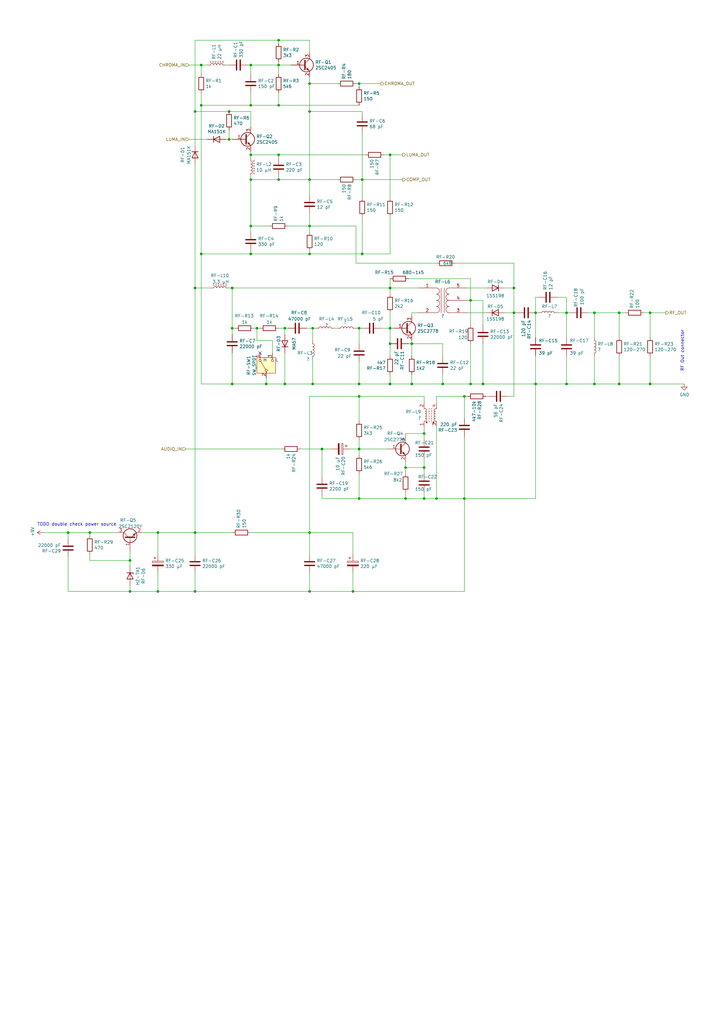
<source format=kicad_sch>
(kicad_sch (version 20231120) (generator "eeschema") (generator_version "8.0")
  (paper "A3" portrait)
  (title_block (title "C64 RF Modulator (schematic #251696)") (date "2019-08-11") (rev "0.2") (company "Commodore Business Machines, Inc.") (comment 1 "Based on C64/C64C Service Manual (1992-03) p. 31 [PN-314001-03]") (comment 4 "KiCad schematic capture by Cumbayah! <cumbayah@subetha.dk>"))
  (lib_symbols
    (symbol "C64B-rescue:CP-Device" (pin_numbers hide) (pin_names (offset 0.254))
      (property "Reference" "C" (at 0.635 2.54 0))
      (property "Value" "Device_CP" (at 0.635 -2.54 0))
      (symbol "CP-Device_0_1"
        (rectangle (start -2.286 0.508) (end 2.286 1.016))
        (polyline (pts (xy -1.778 2.286) (xy -0.762 2.286)))
        (polyline (pts (xy -1.27 2.794) (xy -1.27 1.778)))
        (rectangle (start 2.286 -0.508) (end -2.286 -1.016) (fill (type outline)))
      )
      (symbol "CP-Device_1_1"
        (pin passive line (at 0 3.81 270) (length 2.794) (name "~") (number "1"))
        (pin passive line (at 0 -3.81 90) (length 2.794) (name "~") (number "2"))
      )
    )
    (symbol "C64B-rescue:GND-power" (power) (pin_names (offset 0))
      (property "Value" "power_GND" (at 0 -3.81 0))
      (symbol "GND-power_0_1"
        (polyline (pts (xy 0 0) (xy 0 -1.27) (xy 1.27 -1.27) (xy 0 -2.54) (xy -1.27 -1.27) (xy 0 -1.27)))
      )
      (symbol "GND-power_1_1"
        (pin power_in line (at 0 0 270) (length 0) hide (name "GND") (number "1"))
      )
    )
    (symbol "C64B-rescue:L_Core_Ferrite-Device" (pin_numbers hide) (pin_names (offset 1.016) hide)
      (property "Reference" "L" (at -1.27 0 90))
      (property "Value" "Device_L_Core_Ferrite" (at 2.794 0 90))
      (symbol "L_Core_Ferrite-Device_0_1"
        (arc (start 0 -2.54) (mid 0.635 -1.905) (end 0 -1.27))
        (arc (start 0 -1.27) (mid 0.635 -0.635) (end 0 0))
        (polyline (pts (xy 1.016 -2.794) (xy 1.016 -2.286)))
        (polyline (pts (xy 1.016 -1.778) (xy 1.016 -1.27)))
        (polyline (pts (xy 1.016 -0.762) (xy 1.016 -0.254)))
        (polyline (pts (xy 1.016 0.254) (xy 1.016 0.762)))
        (polyline (pts (xy 1.016 1.27) (xy 1.016 1.778)))
        (polyline (pts (xy 1.016 2.286) (xy 1.016 2.794)))
        (polyline (pts (xy 1.524 -2.286) (xy 1.524 -2.794)))
        (polyline (pts (xy 1.524 -1.27) (xy 1.524 -1.778)))
        (polyline (pts (xy 1.524 -0.254) (xy 1.524 -0.762)))
        (polyline (pts (xy 1.524 0.762) (xy 1.524 0.254)))
        (polyline (pts (xy 1.524 1.778) (xy 1.524 1.27)))
        (polyline (pts (xy 1.524 2.794) (xy 1.524 2.286)))
        (arc (start 0 0) (mid 0.635 0.635) (end 0 1.27))
        (arc (start 0 1.27) (mid 0.635 1.905) (end 0 2.54))
      )
      (symbol "L_Core_Ferrite-Device_1_1"
        (pin passive line (at 0 3.81 270) (length 1.27) (name "1") (number "1"))
        (pin passive line (at 0 -3.81 90) (length 1.27) (name "2") (number "2"))
      )
    )
    (symbol "C64B-rescue:L_Core_Ferrite_Coupled-Device" (pin_names (offset 0.254) hide)
      (property "Reference" "L" (at 0 4.445 0))
      (property "Value" "Device_L_Core_Ferrite_Coupled" (at 0 -4.445 0))
      (symbol "L_Core_Ferrite_Coupled-Device_0_1"
        (circle (center -3.048 -1.27) (radius 0.254) (fill (type outline)))
        (circle (center -3.048 1.524) (radius 0.254) (fill (type outline)))
        (arc (start -2.54 2.032) (mid -2.032 1.524) (end -1.524 2.032))
        (arc (start -1.524 -2.032) (mid -2.032 -1.524) (end -2.54 -2.032))
        (arc (start -1.524 2.032) (mid -1.016 1.524) (end -0.508 2.032))
        (arc (start -0.508 -2.032) (mid -1.016 -1.524) (end -1.524 -2.032))
        (arc (start -0.508 2.032) (mid 0 1.524) (end 0.508 2.032))
        (polyline (pts (xy -2.794 -0.508) (xy -2.286 -0.508)))
        (polyline (pts (xy -2.794 0.508) (xy -2.286 0.508)))
        (polyline (pts (xy -2.54 -2.032) (xy -2.54 -2.54)))
        (polyline (pts (xy -2.54 2.032) (xy -2.54 2.54)))
        (polyline (pts (xy -1.778 -0.508) (xy -1.27 -0.508)))
        (polyline (pts (xy -1.778 0.508) (xy -1.27 0.508)))
        (polyline (pts (xy -0.762 -0.508) (xy -0.254 -0.508)))
        (polyline (pts (xy -0.762 0.508) (xy -0.254 0.508)))
        (polyline (pts (xy 0.254 -0.508) (xy 0.762 -0.508)))
        (polyline (pts (xy 0.254 0.508) (xy 0.762 0.508)))
        (polyline (pts (xy 1.27 -0.508) (xy 1.778 -0.508)))
        (polyline (pts (xy 1.27 0.508) (xy 1.778 0.508)))
        (polyline (pts (xy 2.286 -0.508) (xy 2.794 -0.508)))
        (polyline (pts (xy 2.286 0.508) (xy 2.794 0.508)))
        (polyline (pts (xy 2.54 -2.032) (xy 2.54 -2.54)))
        (polyline (pts (xy 2.54 2.54) (xy 2.54 2.032)))
        (arc (start 0.508 -2.032) (mid 0 -1.524) (end -0.508 -2.032))
        (arc (start 0.508 2.032) (mid 1.016 1.524) (end 1.524 2.032))
        (arc (start 1.524 -2.032) (mid 1.016 -1.524) (end 0.508 -2.032))
        (arc (start 1.524 2.032) (mid 2.032 1.524) (end 2.54 2.032))
        (arc (start 2.54 -2.032) (mid 2.032 -1.524) (end 1.524 -2.032))
      )
      (symbol "L_Core_Ferrite_Coupled-Device_1_1"
        (pin passive line (at -5.08 2.54 0) (length 2.54) (name "1") (number "1"))
        (pin passive line (at 5.08 2.54 180) (length 2.54) (name "2") (number "2"))
        (pin passive line (at -5.08 -2.54 0) (length 2.54) (name "3") (number "3"))
        (pin passive line (at 5.08 -2.54 180) (length 2.54) (name "4") (number "4"))
      )
    )
    (symbol "Device:C" (pin_numbers hide) (pin_names (offset 0.254))
      (property "Reference" "C" (at 0.635 2.54 0))
      (property "Value" "C" (at 0.635 -2.54 0))
      (symbol "C_0_1"
        (polyline (pts (xy -2.032 -0.762) (xy 2.032 -0.762)) (stroke (width 0.508)))
        (polyline (pts (xy -2.032 0.762) (xy 2.032 0.762)) (stroke (width 0.508)))
      )
      (symbol "C_1_1"
        (pin passive line (at 0 3.81 270) (length 2.794) (name "~") (number "1"))
        (pin passive line (at 0 -3.81 90) (length 2.794) (name "~") (number "2"))
      )
    )
    (symbol "Device:D" (pin_numbers hide) (pin_names (offset 1.016) hide)
      (property "Reference" "D" (at 0 2.54 0))
      (property "Value" "D" (at 0 -2.54 0))
      (symbol "D_0_1"
        (polyline (pts (xy -1.27 1.27) (xy -1.27 -1.27)) (stroke (width 0.254)))
        (polyline (pts (xy 1.27 0) (xy -1.27 0)))
        (polyline (pts (xy 1.27 1.27) (xy 1.27 -1.27) (xy -1.27 0) (xy 1.27 1.27)) (stroke (width 0.254)))
      )
      (symbol "D_1_1"
        (pin passive line (at -3.81 0 0) (length 2.54) (name "K") (number "1"))
        (pin passive line (at 3.81 0 180) (length 2.54) (name "A") (number "2"))
      )
    )
    (symbol "Device:D_Zener" (pin_numbers hide) (pin_names (offset 1.016) hide)
      (property "Reference" "D" (at 0 2.54 0))
      (property "Value" "D_Zener" (at 0 -2.54 0))
      (symbol "D_Zener_0_1"
        (polyline (pts (xy 1.27 0) (xy -1.27 0)))
        (polyline (pts (xy -1.27 -1.27) (xy -1.27 1.27) (xy -0.762 1.27)) (stroke (width 0.254)))
        (polyline (pts (xy 1.27 -1.27) (xy 1.27 1.27) (xy -1.27 0) (xy 1.27 -1.27)) (stroke (width 0.254)))
      )
      (symbol "D_Zener_1_1"
        (pin passive line (at -3.81 0 0) (length 2.54) (name "K") (number "1"))
        (pin passive line (at 3.81 0 180) (length 2.54) (name "A") (number "2"))
      )
    )
    (symbol "Device:L" (pin_numbers hide) (pin_names (offset 1.016) hide)
      (property "Reference" "L" (at -1.27 0 90))
      (property "Value" "L" (at 1.905 0 90))
      (symbol "L_0_1"
        (arc (start 0 -2.54) (mid 0.6323 -1.905) (end 0 -1.27))
        (arc (start 0 -1.27) (mid 0.6323 -0.635) (end 0 0))
        (arc (start 0 0) (mid 0.6323 0.635) (end 0 1.27))
        (arc (start 0 1.27) (mid 0.6323 1.905) (end 0 2.54))
      )
      (symbol "L_1_1"
        (pin passive line (at 0 3.81 270) (length 1.27) (name "1") (number "1"))
        (pin passive line (at 0 -3.81 90) (length 1.27) (name "2") (number "2"))
      )
    )
    (symbol "Device:Q_NPN_BEC" (pin_names (offset 0) hide)
      (property "Reference" "Q" (at 5.08 1.27 0))
      (property "Value" "Q_NPN_BEC" (at 5.08 -1.27 0))
      (symbol "Q_NPN_BEC_0_1"
        (polyline (pts (xy 0.635 0.635) (xy 2.54 2.54)))
        (polyline (pts (xy 0.635 -0.635) (xy 2.54 -2.54) (xy 2.54 -2.54)))
        (polyline (pts (xy 0.635 1.905) (xy 0.635 -1.905) (xy 0.635 -1.905)) (stroke (width 0.508)))
        (polyline (pts (xy 1.27 -1.778) (xy 1.778 -1.27) (xy 2.286 -2.286) (xy 1.27 -1.778) (xy 1.27 -1.778)) (fill (type outline)))
        (circle (center 1.27 0) (radius 2.8194) (stroke (width 0.254)))
      )
      (symbol "Q_NPN_BEC_1_1"
        (pin input line (at -5.08 0 0) (length 5.715) (name "B") (number "1"))
        (pin passive line (at 2.54 -5.08 90) (length 2.54) (name "E") (number "2"))
        (pin passive line (at 2.54 5.08 270) (length 2.54) (name "C") (number "3"))
      )
    )
    (symbol "Device:R" (pin_numbers hide) (pin_names (offset 0))
      (property "Reference" "R" (at 2.032 0 90))
      (property "Value" "R" (at 0 0 90))
      (symbol "R_0_1"
        (rectangle (start -1.016 -2.54) (end 1.016 2.54) (stroke (width 0.254)))
      )
      (symbol "R_1_1"
        (pin passive line (at 0 3.81 270) (length 1.27) (name "~") (number "1"))
        (pin passive line (at 0 -3.81 90) (length 1.27) (name "~") (number "2"))
      )
    )
    (symbol "Device:Transformer_1P_SS" (pin_names (offset 1.016) hide)
      (property "Reference" "T" (at 0 6.35 0))
      (property "Value" "Transformer_1P_SS" (at 0 -7.62 0))
      (symbol "Transformer_1P_SS_0_1"
        (arc (start -2.54 -5.0546) (mid -1.6599 -4.6901) (end -1.27 -3.81))
        (arc (start -2.54 -2.5146) (mid -1.6599 -2.1501) (end -1.27 -1.27))
        (arc (start -2.54 0.0254) (mid -1.6599 0.3899) (end -1.27 1.27))
        (arc (start -2.54 2.5654) (mid -1.6599 2.9299) (end -1.27 3.81))
        (arc (start -1.27 -3.81) (mid -1.642 -2.912) (end -2.54 -2.54))
        (arc (start -1.27 -1.27) (mid -1.642 -0.372) (end -2.54 0))
        (arc (start -1.27 1.27) (mid -1.642 2.168) (end -2.54 2.54))
        (arc (start -1.27 3.81) (mid -1.642 4.708) (end -2.54 5.08))
        (polyline (pts (xy -0.635 5.08) (xy -0.635 -5.08)))
        (polyline (pts (xy 0.635 -5.08) (xy 0.635 5.08)))
        (arc (start 1.2954 -1.27) (mid 1.6599 -2.1501) (end 2.54 -2.5146))
        (arc (start 1.2954 1.27) (mid 1.6599 0.3899) (end 2.54 0.0254))
        (arc (start 1.2954 3.81) (mid 1.6599 2.9299) (end 2.54 2.5654))
        (arc (start 1.3208 -3.81) (mid 1.6853 -4.6901) (end 2.5654 -5.0546))
        (arc (start 2.54 0) (mid 1.642 -0.372) (end 1.2954 -1.27))
        (arc (start 2.54 2.54) (mid 1.642 2.168) (end 1.2954 1.27))
        (arc (start 2.54 5.08) (mid 1.642 4.708) (end 1.2954 3.81))
        (arc (start 2.5654 -2.54) (mid 1.6674 -2.912) (end 1.3208 -3.81))
      )
      (symbol "Transformer_1P_SS_1_1"
        (pin passive line (at -10.16 5.08 0) (length 7.62) (name "AA") (number "1"))
        (pin passive line (at -10.16 -5.08 0) (length 7.62) (name "AB") (number "2"))
        (pin passive line (at 10.16 -5.08 180) (length 7.62) (name "SA") (number "3"))
        (pin passive line (at 10.16 0 180) (length 7.62) (name "SC") (number "4"))
        (pin passive line (at 10.16 5.08 180) (length 7.62) (name "SB") (number "5"))
      )
    )
    (symbol "Switch:SW_SPDT" (pin_names (offset 0) hide)
      (property "Reference" "SW" (at 0 5.08 0))
      (property "Value" "SW_SPDT" (at 0 -5.08 0))
      (symbol "SW_SPDT_0_1"
        (circle (center -2.032 0) (radius 0.4572))
        (polyline (pts (xy -1.651 0.254) (xy 1.651 2.286)))
        (circle (center 2.032 -2.54) (radius 0.4572))
        (circle (center 2.032 2.54) (radius 0.4572))
      )
      (symbol "SW_SPDT_1_1"
        (rectangle (start -3.175 3.81) (end 3.175 -3.81) (fill (type background)))
        (pin passive line (at 5.08 2.54 180) (length 2.54) (name "A") (number "1"))
        (pin passive line (at -5.08 0 0) (length 2.54) (name "B") (number "2"))
        (pin passive line (at 5.08 -2.54 180) (length 2.54) (name "C") (number "3"))
      )
    )
    (symbol "power_more:UNREG+9V" (power) (pin_names (offset 0))
      (property "Value" "UNREG+9V" (at 0 3.556 0))
      (symbol "UNREG+9V_0_1"
        (polyline (pts (xy -0.762 1.27) (xy 0 2.54)))
        (polyline (pts (xy 0 0) (xy 0 2.54)))
        (polyline (pts (xy 0 2.54) (xy 0.762 1.27)))
      )
      (symbol "UNREG+9V_1_1"
        (pin power_in line (at 0 0 90) (length 0) hide (name "+9V") (number "1"))
      )
    )
  )
  (junction (at 160.02 63.5))
  (junction (at 127 242.57))
  (junction (at 116.84 157.48))
  (junction (at 116.84 134.62))
  (junction (at 179.07 204.47))
  (junction (at 148.59 73.66))
  (junction (at 243.84 128.27))
  (junction (at 93.98 57.15))
  (junction (at 114.3 16.51))
  (junction (at 160.02 157.48))
  (junction (at 147.32 162.56))
  (junction (at 102.87 63.5))
  (junction (at 114.3 43.18))
  (junction (at 53.34 242.57))
  (junction (at 168.91 157.48))
  (junction (at 190.5 162.56))
  (junction (at 232.41 157.48))
  (junction (at 93.98 45.72))
  (junction (at 114.3 63.5))
  (junction (at 128.27 157.48))
  (junction (at 254 157.48))
  (junction (at 147.32 184.15))
  (junction (at 127 104.14))
  (junction (at 36.83 218.44))
  (junction (at 160.02 140.97))
  (junction (at 147.32 204.47))
  (junction (at 166.37 191.77))
  (junction (at 198.12 157.48))
  (junction (at 173.99 177.8))
  (junction (at 173.99 204.47))
  (junction (at 102.87 104.14))
  (junction (at 64.77 242.57))
  (junction (at 114.3 73.66))
  (junction (at 80.01 45.72))
  (junction (at 173.99 191.77))
  (junction (at 82.55 26.67))
  (junction (at 160.02 134.62))
  (junction (at 266.7 128.27))
  (junction (at 105.41 134.62))
  (junction (at 128.27 134.62))
  (junction (at 144.78 242.57))
  (junction (at 266.7 157.48))
  (junction (at 95.25 134.62))
  (junction (at 127 45.72))
  (junction (at 82.55 43.18))
  (junction (at 219.71 157.48))
  (junction (at 95.25 118.11))
  (junction (at 254 128.27))
  (junction (at 102.87 43.18))
  (junction (at 181.61 157.48))
  (junction (at 127 34.29))
  (junction (at 95.25 157.48))
  (junction (at 160.02 118.11))
  (junction (at 80.01 242.57))
  (junction (at 168.91 140.97))
  (junction (at 190.5 204.47))
  (junction (at 243.84 157.48))
  (junction (at 27.94 218.44))
  (junction (at 127 92.71))
  (junction (at 80.01 218.44))
  (junction (at 102.87 92.71))
  (junction (at 80.01 118.11))
  (junction (at 147.32 34.29))
  (junction (at 193.04 157.48))
  (junction (at 114.3 26.67))
  (junction (at 193.04 123.19))
  (junction (at 127 218.44))
  (junction (at 148.59 104.14))
  (junction (at 232.41 128.27))
  (junction (at 127 73.66))
  (junction (at 210.82 118.11))
  (junction (at 102.87 26.67))
  (junction (at 147.32 157.48))
  (junction (at 132.08 184.15))
  (junction (at 82.55 104.14))
  (junction (at 210.82 128.27))
  (junction (at 102.87 73.66))
  (junction (at 64.77 218.44))
  (junction (at 53.34 229.87))
  (junction (at 166.37 204.47))
  (junction (at 147.32 134.62))
  (junction (at 219.71 128.27))
  (junction (at 109.22 157.48))
  (no_connect (at 106.68 144.78))
  (wire (pts (xy 160.02 114.3) (xy 160.02 118.11)))
  (wire (pts (xy 148.59 45.72) (xy 148.59 46.99)))
  (wire (pts (xy 144.78 242.57) (xy 190.5 242.57)))
  (wire (pts (xy 266.7 146.05) (xy 266.7 157.48)))
  (wire (pts (xy 132.08 204.47) (xy 147.32 204.47)))
  (wire (pts (xy 132.08 195.58) (xy 132.08 184.15)))
  (wire (pts (xy 193.04 140.97) (xy 193.04 157.48)))
  (wire (pts (xy 127 242.57) (xy 144.78 242.57)))
  (wire (pts (xy 191.77 118.11) (xy 199.39 118.11)))
  (wire (pts (xy 102.87 43.18) (xy 114.3 43.18)))
  (wire (pts (xy 114.3 16.51) (xy 114.3 17.78)))
  (wire (pts (xy 85.09 26.67) (xy 82.55 26.67)))
  (wire (pts (xy 146.05 107.95) (xy 179.07 107.95)))
  (wire (pts (xy 48.26 218.44) (xy 36.83 218.44)))
  (wire (pts (xy 102.87 52.07) (xy 102.87 45.72)))
  (wire (pts (xy 102.87 73.66) (xy 102.87 72.39)))
  (wire (pts (xy 127 104.14) (xy 102.87 104.14)))
  (wire (pts (xy 166.37 204.47) (xy 173.99 204.47)))
  (wire (pts (xy 80.01 218.44) (xy 80.01 227.33)))
  (wire (pts (xy 219.71 121.92) (xy 219.71 128.27)))
  (wire (pts (xy 105.41 134.62) (xy 106.68 134.62)))
  (wire (pts (xy 127 227.33) (xy 127 218.44)))
  (wire (pts (xy 210.82 128.27) (xy 212.09 128.27)))
  (wire (pts (xy 85.09 57.15) (xy 77.47 57.15)))
  (wire (pts (xy 144.78 218.44) (xy 144.78 227.33)))
  (wire (pts (xy 95.25 137.16) (xy 95.25 134.62)))
  (wire (pts (xy 254 128.27) (xy 243.84 128.27)))
  (wire (pts (xy 148.59 73.66) (xy 148.59 81.28)))
  (wire (pts (xy 190.5 162.56) (xy 190.5 171.45)))
  (wire (pts (xy 64.77 234.95) (xy 64.77 242.57)))
  (wire (pts (xy 254 146.05) (xy 254 157.48)))
  (wire (pts (xy 160.02 118.11) (xy 171.45 118.11)))
  (wire (pts (xy 256.54 128.27) (xy 254 128.27)))
  (wire (pts (xy 173.99 191.77) (xy 173.99 187.96)))
  (wire (pts (xy 181.61 153.67) (xy 181.61 157.48)))
  (wire (pts (xy 27.94 242.57) (xy 27.94 228.6)))
  (wire (pts (xy 53.34 226.06) (xy 53.34 229.87)))
  (wire (pts (xy 127 31.75) (xy 127 34.29)))
  (wire (pts (xy 82.55 43.18) (xy 82.55 104.14)))
  (wire (pts (xy 82.55 157.48) (xy 95.25 157.48)))
  (wire (pts (xy 102.87 63.5) (xy 114.3 63.5)))
  (wire (pts (xy 36.83 229.87) (xy 53.34 229.87)))
  (wire (pts (xy 173.99 204.47) (xy 173.99 201.93)))
  (wire (pts (xy 190.5 162.56) (xy 179.07 162.56)))
  (wire (pts (xy 186.69 107.95) (xy 210.82 107.95)))
  (wire (pts (xy 127 234.95) (xy 127 242.57)))
  (wire (pts (xy 232.41 138.43) (xy 232.41 128.27)))
  (wire (pts (xy 92.71 26.67) (xy 93.98 26.67)))
  (wire (pts (xy 102.87 218.44) (xy 127 218.44)))
  (wire (pts (xy 166.37 204.47) (xy 147.32 204.47)))
  (wire (pts (xy 95.25 118.11) (xy 95.25 134.62)))
  (wire (pts (xy 147.32 194.31) (xy 147.32 204.47)))
  (wire (pts (xy 82.55 43.18) (xy 102.87 43.18)))
  (wire (pts (xy 109.22 157.48) (xy 116.84 157.48)))
  (wire (pts (xy 173.99 194.31) (xy 173.99 191.77)))
  (wire (pts (xy 64.77 242.57) (xy 53.34 242.57)))
  (wire (pts (xy 167.64 114.3) (xy 193.04 114.3)))
  (wire (pts (xy 64.77 242.57) (xy 80.01 242.57)))
  (wire (pts (xy 168.91 128.27) (xy 171.45 128.27)))
  (wire (pts (xy 243.84 138.43) (xy 243.84 128.27)))
  (wire (pts (xy 53.34 240.03) (xy 53.34 242.57)))
  (wire (pts (xy 168.91 140.97) (xy 181.61 140.97)))
  (wire (pts (xy 198.12 157.48) (xy 193.04 157.48)))
  (wire (pts (xy 114.3 16.51) (xy 80.01 16.51)))
  (wire (pts (xy 114.3 43.18) (xy 147.32 43.18)))
  (wire (pts (xy 27.94 220.98) (xy 27.94 218.44)))
  (wire (pts (xy 114.3 72.39) (xy 114.3 73.66)))
  (wire (pts (xy 114.3 63.5) (xy 114.3 64.77)))
  (wire (pts (xy 128.27 134.62) (xy 125.73 134.62)))
  (wire (pts (xy 82.55 26.67) (xy 77.47 26.67)))
  (wire (pts (xy 148.59 104.14) (xy 127 104.14)))
  (wire (pts (xy 116.84 134.62) (xy 118.11 134.62)))
  (wire (pts (xy 232.41 128.27) (xy 233.68 128.27)))
  (wire (pts (xy 200.66 162.56) (xy 199.39 162.56)))
  (wire (pts (xy 173.99 204.47) (xy 179.07 204.47)))
  (wire (pts (xy 36.83 218.44) (xy 27.94 218.44)))
  (wire (pts (xy 160.02 120.65) (xy 160.02 118.11)))
  (wire (pts (xy 168.91 140.97) (xy 168.91 139.7)))
  (wire (pts (xy 102.87 73.66) (xy 102.87 92.71)))
  (wire (pts (xy 179.07 175.26) (xy 179.07 204.47)))
  (wire (pts (xy 147.32 134.62) (xy 147.32 140.97)))
  (wire (pts (xy 243.84 157.48) (xy 254 157.48)))
  (wire (pts (xy 105.41 134.62) (xy 105.41 139.7)))
  (wire (pts (xy 102.87 102.87) (xy 102.87 104.14)))
  (wire (pts (xy 146.05 73.66) (xy 148.59 73.66)))
  (wire (pts (xy 181.61 157.48) (xy 193.04 157.48)))
  (wire (pts (xy 127 73.66) (xy 114.3 73.66)))
  (wire (pts (xy 144.78 234.95) (xy 144.78 242.57)))
  (wire (pts (xy 132.08 184.15) (xy 123.19 184.15)))
  (wire (pts (xy 254 157.48) (xy 266.7 157.48)))
  (wire (pts (xy 116.84 157.48) (xy 128.27 157.48)))
  (wire (pts (xy 147.32 172.72) (xy 147.32 162.56)))
  (wire (pts (xy 190.5 179.07) (xy 190.5 204.47)))
  (wire (pts (xy 82.55 104.14) (xy 82.55 157.48)))
  (wire (pts (xy 93.98 45.72) (xy 80.01 45.72)))
  (wire (pts (xy 266.7 128.27) (xy 273.05 128.27)))
  (wire (pts (xy 228.6 128.27) (xy 232.41 128.27)))
  (wire (pts (xy 161.29 134.62) (xy 160.02 134.62)))
  (wire (pts (xy 179.07 165.1) (xy 179.07 162.56)))
  (wire (pts (xy 127 162.56) (xy 127 218.44)))
  (wire (pts (xy 179.07 204.47) (xy 190.5 204.47)))
  (wire (pts (xy 147.32 180.34) (xy 147.32 184.15)))
  (wire (pts (xy 102.87 43.18) (xy 102.87 38.1)))
  (wire (pts (xy 147.32 184.15) (xy 147.32 186.69)))
  (wire (pts (xy 198.12 140.97) (xy 198.12 157.48)))
  (wire (pts (xy 127 34.29) (xy 127 45.72)))
  (wire (pts (xy 199.39 128.27) (xy 191.77 128.27)))
  (wire (pts (xy 127 242.57) (xy 80.01 242.57)))
  (wire (pts (xy 147.32 34.29) (xy 156.21 34.29)))
  (wire (pts (xy 127 92.71) (xy 118.11 92.71)))
  (wire (pts (xy 158.75 184.15) (xy 147.32 184.15)))
  (wire (pts (xy 127 45.72) (xy 148.59 45.72)))
  (wire (pts (xy 128.27 147.32) (xy 128.27 157.48)))
  (wire (pts (xy 135.89 184.15) (xy 132.08 184.15)))
  (wire (pts (xy 266.7 128.27) (xy 266.7 138.43)))
  (wire (pts (xy 168.91 146.05) (xy 168.91 140.97)))
  (wire (pts (xy 168.91 157.48) (xy 181.61 157.48)))
  (wire (pts (xy 210.82 128.27) (xy 210.82 162.56)))
  (wire (pts (xy 95.25 144.78) (xy 95.25 157.48)))
  (wire (pts (xy 116.84 144.78) (xy 116.84 157.48)))
  (wire (pts (xy 148.59 134.62) (xy 147.32 134.62)))
  (wire (pts (xy 114.3 63.5) (xy 149.86 63.5)))
  (wire (pts (xy 102.87 26.67) (xy 101.6 26.67)))
  (wire (pts (xy 193.04 123.19) (xy 193.04 133.35)))
  (wire (pts (xy 193.04 114.3) (xy 193.04 123.19)))
  (wire (pts (xy 157.48 63.5) (xy 160.02 63.5)))
  (wire (pts (xy 210.82 118.11) (xy 210.82 107.95)))
  (wire (pts (xy 193.04 123.19) (xy 198.12 123.19)))
  (wire (pts (xy 36.83 227.33) (xy 36.83 229.87)))
  (wire (pts (xy 232.41 146.05) (xy 232.41 157.48)))
  (wire (pts (xy 76.2 184.15) (xy 115.57 184.15)))
  (wire (pts (xy 36.83 219.71) (xy 36.83 218.44)))
  (wire (pts (xy 127 16.51) (xy 114.3 16.51)))
  (wire (pts (xy 167.64 140.97) (xy 168.91 140.97)))
  (wire (pts (xy 102.87 95.25) (xy 102.87 92.71)))
  (wire (pts (xy 210.82 128.27) (xy 210.82 118.11)))
  (wire (pts (xy 95.25 118.11) (xy 160.02 118.11)))
  (wire (pts (xy 243.84 128.27) (xy 241.3 128.27)))
  (wire (pts (xy 191.77 123.19) (xy 193.04 123.19)))
  (wire (pts (xy 127 102.87) (xy 127 104.14)))
  (wire (pts (xy 82.55 38.1) (xy 82.55 43.18)))
  (wire (pts (xy 127 45.72) (xy 127 73.66)))
  (wire (pts (xy 168.91 129.54) (xy 168.91 128.27)))
  (wire (pts (xy 173.99 162.56) (xy 147.32 162.56)))
  (wire (pts (xy 160.02 157.48) (xy 168.91 157.48)))
  (wire (pts (xy 264.16 128.27) (xy 266.7 128.27)))
  (wire (pts (xy 147.32 148.59) (xy 147.32 157.48)))
  (wire (pts (xy 129.54 134.62) (xy 128.27 134.62)))
  (wire (pts (xy 102.87 104.14) (xy 82.55 104.14)))
  (wire (pts (xy 105.41 139.7) (xy 111.76 139.7)))
  (wire (pts (xy 114.3 26.67) (xy 102.87 26.67)))
  (wire (pts (xy 219.71 128.27) (xy 220.98 128.27)))
  (wire (pts (xy 102.87 63.5) (xy 102.87 62.23)))
  (wire (pts (xy 111.76 139.7) (xy 111.76 144.78)))
  (wire (pts (xy 173.99 177.8) (xy 173.99 180.34)))
  (wire (pts (xy 219.71 128.27) (xy 219.71 138.43)))
  (wire (pts (xy 146.05 34.29) (xy 147.32 34.29)))
  (wire (pts (xy 93.98 118.11) (xy 95.25 118.11)))
  (wire (pts (xy 86.36 118.11) (xy 80.01 118.11)))
  (wire (pts (xy 219.71 157.48) (xy 198.12 157.48)))
  (wire (pts (xy 64.77 218.44) (xy 80.01 218.44)))
  (wire (pts (xy 95.25 57.15) (xy 93.98 57.15)))
  (wire (pts (xy 128.27 157.48) (xy 147.32 157.48)))
  (wire (pts (xy 147.32 134.62) (xy 146.05 134.62)))
  (wire (pts (xy 127 73.66) (xy 127 80.01)))
  (wire (pts (xy 80.01 218.44) (xy 95.25 218.44)))
  (wire (pts (xy 160.02 63.5) (xy 165.1 63.5)))
  (wire (pts (xy 190.5 242.57) (xy 190.5 204.47)))
  (wire (pts (xy 168.91 153.67) (xy 168.91 157.48)))
  (wire (pts (xy 207.01 128.27) (xy 210.82 128.27)))
  (wire (pts (xy 191.77 162.56) (xy 190.5 162.56)))
  (wire (pts (xy 166.37 191.77) (xy 173.99 191.77)))
  (wire (pts (xy 80.01 242.57) (xy 80.01 234.95)))
  (wire (pts (xy 114.3 73.66) (xy 102.87 73.66)))
  (wire (pts (xy 53.34 242.57) (xy 27.94 242.57)))
  (wire (pts (xy 119.38 26.67) (xy 114.3 26.67)))
  (wire (pts (xy 114.3 30.48) (xy 114.3 26.67)))
  (wire (pts (xy 80.01 67.31) (xy 80.01 118.11)))
  (wire (pts (xy 166.37 191.77) (xy 166.37 194.31)))
  (wire (pts (xy 210.82 118.11) (xy 207.01 118.11)))
  (wire (pts (xy 148.59 88.9) (xy 148.59 104.14)))
  (wire (pts (xy 266.7 157.48) (xy 280.67 157.48)))
  (wire (pts (xy 243.84 146.05) (xy 243.84 157.48)))
  (wire (pts (xy 160.02 128.27) (xy 160.02 134.62)))
  (wire (pts (xy 80.01 118.11) (xy 80.01 218.44)))
  (wire (pts (xy 95.25 134.62) (xy 96.52 134.62)))
  (wire (pts (xy 116.84 137.16) (xy 116.84 134.62)))
  (wire (pts (xy 109.22 154.94) (xy 109.22 157.48)))
  (wire (pts (xy 228.6 121.92) (xy 232.41 121.92)))
  (wire (pts (xy 114.3 134.62) (xy 116.84 134.62)))
  (wire (pts (xy 132.08 203.2) (xy 132.08 204.47)))
  (wire (pts (xy 219.71 121.92) (xy 220.98 121.92)))
  (wire (pts (xy 160.02 134.62) (xy 160.02 140.97)))
  (wire (pts (xy 210.82 162.56) (xy 208.28 162.56)))
  (wire (pts (xy 219.71 157.48) (xy 232.41 157.48)))
  (wire (pts (xy 64.77 227.33) (xy 64.77 218.44)))
  (wire (pts (xy 254 128.27) (xy 254 138.43)))
  (wire (pts (xy 127 95.25) (xy 127 92.71)))
  (wire (pts (xy 219.71 157.48) (xy 219.71 204.47)))
  (wire (pts (xy 147.32 157.48) (xy 160.02 157.48)))
  (wire (pts (xy 127 218.44) (xy 144.78 218.44)))
  (wire (pts (xy 95.25 157.48) (xy 109.22 157.48)))
  (wire (pts (xy 127 92.71) (xy 146.05 92.71)))
  (wire (pts (xy 104.14 134.62) (xy 105.41 134.62)))
  (wire (pts (xy 27.94 218.44) (xy 17.78 218.44)))
  (wire (pts (xy 147.32 162.56) (xy 127 162.56)))
  (wire (pts (xy 232.41 157.48) (xy 243.84 157.48)))
  (wire (pts (xy 148.59 73.66) (xy 165.1 73.66)))
  (wire (pts (xy 160.02 88.9) (xy 160.02 104.14)))
  (wire (pts (xy 93.98 57.15) (xy 92.71 57.15)))
  (wire (pts (xy 114.3 43.18) (xy 114.3 38.1)))
  (wire (pts (xy 190.5 204.47) (xy 219.71 204.47)))
  (wire (pts (xy 82.55 30.48) (xy 82.55 26.67)))
  (wire (pts (xy 173.99 175.26) (xy 173.99 177.8)))
  (wire (pts (xy 160.02 104.14) (xy 148.59 104.14)))
  (wire (pts (xy 146.05 92.71) (xy 146.05 107.95)))
  (wire (pts (xy 166.37 201.93) (xy 166.37 204.47)))
  (wire (pts (xy 127 87.63) (xy 127 92.71)))
  (wire (pts (xy 127 34.29) (xy 138.43 34.29)))
  (wire (pts (xy 127 21.59) (xy 127 16.51)))
  (wire (pts (xy 148.59 54.61) (xy 148.59 73.66)))
  (wire (pts (xy 160.02 153.67) (xy 160.02 157.48)))
  (wire (pts (xy 58.42 218.44) (xy 64.77 218.44)))
  (wire (pts (xy 102.87 45.72) (xy 93.98 45.72)))
  (wire (pts (xy 160.02 134.62) (xy 156.21 134.62)))
  (wire (pts (xy 147.32 35.56) (xy 147.32 34.29)))
  (wire (pts (xy 138.43 73.66) (xy 127 73.66)))
  (wire (pts (xy 219.71 146.05) (xy 219.71 157.48)))
  (wire (pts (xy 114.3 25.4) (xy 114.3 26.67)))
  (wire (pts (xy 173.99 165.1) (xy 173.99 162.56)))
  (wire (pts (xy 128.27 139.7) (xy 128.27 134.62)))
  (wire (pts (xy 181.61 140.97) (xy 181.61 146.05)))
  (wire (pts (xy 147.32 184.15) (xy 143.51 184.15)))
  (wire (pts (xy 198.12 123.19) (xy 198.12 133.35)))
  (wire (pts (xy 80.01 16.51) (xy 80.01 45.72)))
  (wire (pts (xy 166.37 177.8) (xy 173.99 177.8)))
  (wire (pts (xy 102.87 92.71) (xy 110.49 92.71)))
  (wire (pts (xy 160.02 146.05) (xy 160.02 140.97)))
  (wire (pts (xy 166.37 189.23) (xy 166.37 191.77)))
  (wire (pts (xy 93.98 57.15) (xy 93.98 53.34)))
  (wire (pts (xy 80.01 45.72) (xy 80.01 59.69)))
  (wire (pts (xy 53.34 229.87) (xy 53.34 232.41)))
  (wire (pts (xy 137.16 134.62) (xy 138.43 134.62)))
  (wire (pts (xy 232.41 121.92) (xy 232.41 128.27)))
  (wire (pts (xy 102.87 64.77) (xy 102.87 63.5)))
  (wire (pts (xy 102.87 30.48) (xy 102.87 26.67)))
  (wire (pts (xy 160.02 63.5) (xy 160.02 81.28)))
  (wire (pts (xy 166.37 179.07) (xy 166.37 177.8)))
  (text "TODO double check power source" (at 15.24 215.9 0) (effects (font (size 1.27 1.27)) (justify left bottom)))
  (text "L" (at 113.03 148.59 0) (effects (font (size 1.27 1.27)) (justify left bottom)))
  (text "H" (at 107.95 148.59 0) (effects (font (size 1.27 1.27)) (justify left bottom)))
  (text "RF Out connector" (at 280.67 152.4 90) (effects (font (size 1.27 1.27)) (justify left bottom)))
  (hierarchical_label "LUMA_OUT" (shape output) (at 165.1 63.5 0))
  (hierarchical_label "CHROMA_OUT" (shape output) (at 156.21 34.29 0))
  (hierarchical_label "CHROMA_IN" (shape input) (at 77.47 26.67 180))
  (hierarchical_label "COMP_OUT" (shape output) (at 165.1 73.66 0))
  (hierarchical_label "LUMA_IN" (shape input) (at 77.47 57.15 180))
  (hierarchical_label "AUDIO_IN" (shape input) (at 76.2 184.15 180))
  (hierarchical_label "RF_OUT" (shape output) (at 273.05 128.27 0))
  (symbol (lib_id "C64B-rescue:L_Core_Ferrite-Device") (at 88.9 26.67 90) (unit 1)
    (property "Reference" "RF-L1" (at 87.7316 24.4348 0) (effects (justify left)))
    (property "Value" "22 μH" (at 90.043 24.4348 0) (effects (justify left)))
  )
  (symbol (lib_id "Device:C") (at 97.79 26.67 90) (unit 1)
    (property "Reference" "RF-C1" (at 96.6216 23.749 0) (effects (justify left)))
    (property "Value" "330 pF" (at 98.933 23.749 0) (effects (justify left)))
  )
  (symbol (lib_id "Device:R") (at 114.3 21.59 0) (unit 1)
    (property "Reference" "RF-R2" (at 116.078 20.4216 0) (effects (justify left)))
    (property "Value" "3k3" (at 116.078 22.733 0) (effects (justify left)))
  )
  (symbol (lib_id "Device:Q_NPN_BEC") (at 124.46 26.67 0) (unit 1)
    (property "Reference" "RF-Q1" (at 129.286 25.5016 0) (effects (justify left)))
    (property "Value" "2SC2405" (at 129.286 27.813 0) (effects (justify left)))
  )
  (symbol (lib_id "Device:R") (at 82.55 34.29 0) (unit 1)
    (property "Reference" "RF-R1" (at 84.328 33.1216 0) (effects (justify left)))
    (property "Value" "1k" (at 84.328 35.433 0) (effects (justify left)))
  )
  (symbol (lib_id "Device:C") (at 102.87 34.29 0) (unit 1)
    (property "Reference" "RF-C2" (at 105.791 33.1216 0) (effects (justify left)))
    (property "Value" "150 pF" (at 105.791 35.433 0) (effects (justify left)))
  )
  (symbol (lib_id "Device:R") (at 114.3 34.29 0) (unit 1)
    (property "Reference" "RF-R3" (at 116.078 33.1216 0) (effects (justify left)))
    (property "Value" "5k6" (at 116.078 35.433 0) (effects (justify left)))
  )
  (symbol (lib_id "Device:R") (at 142.24 34.29 90) (unit 1)
    (property "Reference" "RF-R4" (at 141.0716 32.512 0) (effects (justify left)))
    (property "Value" "180" (at 143.383 32.512 0) (effects (justify left)))
  )
  (symbol (lib_id "Device:R") (at 147.32 39.37 0) (unit 1)
    (property "Reference" "RF-R5" (at 149.098 38.2016 0) (effects (justify left)))
    (property "Value" "150" (at 149.098 40.513 0) (effects (justify left)))
  )
  (symbol (lib_id "Device:D") (at 88.9 57.15 0) (unit 1)
    (property "Reference" "RF-D2" (at 88.9 51.6636 0))
    (property "Value" "MA151K" (at 88.9 53.975 0))
  )
  (symbol (lib_id "Device:R") (at 93.98 49.53 0) (unit 1)
    (property "Reference" "RF-R6" (at 95.758 48.3616 0) (effects (justify left)))
    (property "Value" "470" (at 95.758 50.673 0) (effects (justify left)))
  )
  (symbol (lib_id "Device:Q_NPN_BEC") (at 100.33 57.15 0) (unit 1)
    (property "Reference" "RF-Q2" (at 105.156 55.9816 0) (effects (justify left)))
    (property "Value" "2SC2405" (at 105.156 58.293 0) (effects (justify left)))
  )
  (symbol (lib_id "Device:C") (at 148.59 50.8 0) (unit 1)
    (property "Reference" "RF-C6" (at 151.511 49.6316 0) (effects (justify left)))
    (property "Value" "68 pF" (at 151.511 51.943 0) (effects (justify left)))
  )
  (symbol (lib_id "C64B-rescue:L_Core_Ferrite-Device") (at 102.87 68.58 0) (unit 1)
    (property "Reference" "RF-L2" (at 105.1052 67.4116 0) (effects (justify left)))
    (property "Value" "10 μH" (at 105.1052 69.723 0) (effects (justify left)))
  )
  (symbol (lib_id "Device:D") (at 203.2 118.11 180) (unit 1)
    (property "Reference" "RF-D4" (at 203.2 115.57 0))
    (property "Value" "1SS198" (at 203.2 121.285 0))
  )
  (symbol (lib_id "Device:C") (at 215.9 128.27 270) (unit 1)
    (property "Reference" "RF-C14" (at 217.0684 131.191 0) (effects (justify left)))
    (property "Value" "120 pF" (at 214.757 131.191 0) (effects (justify left)))
  )
  (symbol (lib_id "Device:D") (at 80.01 63.5 270) (unit 1)
    (property "Reference" "RF-D1" (at 74.93 63.5 0))
    (property "Value" "MA151K" (at 77.47 63.5 0))
  )
  (symbol (lib_id "Device:C") (at 224.79 121.92 90) (unit 1)
    (property "Reference" "RF-C16" (at 223.6216 118.999 0) (effects (justify left)))
    (property "Value" "12 pF" (at 225.933 118.999 0) (effects (justify left)))
  )
  (symbol (lib_id "Device:C") (at 114.3 68.58 0) (unit 1)
    (property "Reference" "RF-C3" (at 117.221 67.4116 0) (effects (justify left)))
    (property "Value" "220 pF" (at 117.221 69.723 0) (effects (justify left)))
  )
  (symbol (lib_id "Device:L") (at 224.79 128.27 90) (unit 1)
    (property "Reference" "RF-L7" (at 228.6 125.73 90) (effects (justify left)))
    (property "Value" "?" (at 226.06 129.54 90) (effects (justify left)))
  )
  (symbol (lib_id "Device:R") (at 153.67 63.5 270) (unit 1)
    (property "Reference" "RF-R7" (at 154.8384 65.278 0) (effects (justify left)))
    (property "Value" "150" (at 152.527 65.278 0) (effects (justify left)))
  )
  (symbol (lib_id "Device:C") (at 237.49 128.27 270) (unit 1)
    (property "Reference" "RF-C18" (at 236.22 118.11 0) (effects (justify left)))
    (property "Value" "100 pF" (at 238.76 118.11 0) (effects (justify left)))
  )
  (symbol (lib_id "Device:R") (at 114.3 92.71 90) (unit 1)
    (property "Reference" "RF-R9" (at 113.1316 90.932 0) (effects (justify left)))
    (property "Value" "1k" (at 115.443 90.932 0) (effects (justify left)))
  )
  (symbol (lib_id "Device:C") (at 127 83.82 0) (unit 1)
    (property "Reference" "RF-C5" (at 129.921 82.6516 0) (effects (justify left)))
    (property "Value" "12 pF" (at 129.921 84.963 0) (effects (justify left)))
  )
  (symbol (lib_id "Device:R") (at 260.35 128.27 90) (unit 1)
    (property "Reference" "RF-R22" (at 259.1816 126.492 0) (effects (justify left)))
    (property "Value" "100" (at 261.493 126.492 0) (effects (justify left)))
  )
  (symbol (lib_id "Device:C") (at 102.87 99.06 0) (unit 1)
    (property "Reference" "RF-C4" (at 105.791 97.8916 0) (effects (justify left)))
    (property "Value" "330 pF" (at 105.791 100.203 0) (effects (justify left)))
  )
  (symbol (lib_id "Device:R") (at 127 99.06 0) (unit 1)
    (property "Reference" "RF-R10" (at 128.778 97.8916 0) (effects (justify left)))
    (property "Value" "120" (at 128.778 100.203 0) (effects (justify left)))
  )
  (symbol (lib_id "Device:R") (at 148.59 85.09 0) (unit 1)
    (property "Reference" "RF-R11" (at 150.368 83.9216 0) (effects (justify left)))
    (property "Value" "150" (at 150.368 86.233 0) (effects (justify left)))
  )
  (symbol (lib_id "Device:C") (at 95.25 140.97 0) (unit 1)
    (property "Reference" "RF-C7" (at 98.171 139.8016 0) (effects (justify left)))
    (property "Value" "22000 pF" (at 98.171 142.113 0) (effects (justify left)))
  )
  (symbol (lib_id "Device:R") (at 160.02 85.09 0) (unit 1)
    (property "Reference" "RF-R12" (at 161.798 83.9216 0) (effects (justify left)))
    (property "Value" "150" (at 161.798 86.233 0) (effects (justify left)))
  )
  (symbol (lib_id "C64B-rescue:L_Core_Ferrite-Device") (at 90.17 118.11 90) (unit 1)
    (property "Reference" "RF-L10" (at 93.98 113.03 90) (effects (justify left)))
    (property "Value" "3.3 μH" (at 93.98 115.57 90) (effects (justify left)))
  )
  (symbol (lib_id "Switch:SW_SPDT") (at 109.22 149.86 90) (unit 1)
    (property "Reference" "RF-SW1" (at 101.981 149.86 0))
    (property "Value" "SW_SPDT" (at 104.2924 149.86 0))
  )
  (symbol (lib_id "Device:D") (at 116.84 140.97 90) (unit 1)
    (property "Reference" "RF-D3" (at 114.3 140.97 0))
    (property "Value" "MA57" (at 120.65 140.97 0))
  )
  (symbol (lib_id "Device:R") (at 163.83 114.3 270) (unit 1)
    (property "Reference" "RF-R15" (at 153.67 111.76 90) (effects (justify left)))
    (property "Value" "680-1k5" (at 165.1 111.76 90) (effects (justify left)))
  )
  (symbol (lib_id "Device:L") (at 128.27 143.51 0) (unit 1)
    (property "Reference" "RF-L3" (at 121.92 144.78 0) (effects (justify left)))
    (property "Value" "?" (at 125.73 147.32 0) (effects (justify left)))
  )
  (symbol (lib_id "Device:C") (at 147.32 144.78 0) (unit 1)
    (property "Reference" "RF-C9" (at 137.16 143.51 0) (effects (justify left)))
    (property "Value" "22 pF" (at 138.43 146.05 0) (effects (justify left)))
  )
  (symbol (lib_id "Device:R") (at 182.88 107.95 90) (unit 1)
    (property "Reference" "RF-R20" (at 186.69 105.41 90) (effects (justify left)))
    (property "Value" "6k8" (at 185.42 107.95 90) (effects (justify left)))
  )
  (symbol (lib_id "Device:C") (at 163.83 140.97 270) (unit 1)
    (property "Reference" "RF-C11" (at 164.9984 143.891 0) (effects (justify left)))
    (property "Value" "22 pF" (at 162.687 143.891 0) (effects (justify left)))
  )
  (symbol (lib_id "Device:Q_NPN_BEC") (at 166.37 134.62 0) (unit 1)
    (property "Reference" "RF-Q3" (at 171.196 133.4516 0) (effects (justify left)))
    (property "Value" "2SC2778" (at 171.196 135.763 0) (effects (justify left)))
  )
  (symbol (lib_id "Device:R") (at 100.33 134.62 90) (unit 1)
    (property "Reference" "RF-R13" (at 104.14 129.54 90) (effects (justify left)))
    (property "Value" "1k" (at 101.6 132.08 90) (effects (justify left)))
  )
  (symbol (lib_id "Device:R") (at 110.49 134.62 90) (unit 1)
    (property "Reference" "RF-R14" (at 114.3 129.54 90) (effects (justify left)))
    (property "Value" "1k" (at 111.76 132.08 90) (effects (justify left)))
  )
  (symbol (lib_id "Device:C") (at 121.92 134.62 270) (unit 1)
    (property "Reference" "RF-C8" (at 119.38 128.27 90) (effects (justify left)))
    (property "Value" "47000 pF" (at 118.11 130.81 90) (effects (justify left)))
  )
  (symbol (lib_id "Device:R") (at 160.02 149.86 180) (unit 1)
    (property "Reference" "RF-R17" (at 158.242 151.0284 0) (effects (justify left)))
    (property "Value" "4k7" (at 158.242 148.717 0) (effects (justify left)))
  )
  (symbol (lib_id "Device:R") (at 168.91 149.86 0) (unit 1)
    (property "Reference" "RF-R18" (at 170.688 148.6916 0) (effects (justify left)))
    (property "Value" "1k2" (at 170.688 151.003 0) (effects (justify left)))
  )
  (symbol (lib_id "Device:L") (at 133.35 134.62 90) (unit 1)
    (property "Reference" "RF-L4" (at 137.16 130.81 90) (effects (justify left)))
    (property "Value" "?" (at 134.62 133.35 90) (effects (justify left)))
  )
  (symbol (lib_id "Device:L") (at 142.24 134.62 90) (unit 1)
    (property "Reference" "RF-L5" (at 144.78 130.81 90) (effects (justify left)))
    (property "Value" "?" (at 142.24 132.08 90) (effects (justify left)))
  )
  (symbol (lib_id "Device:C") (at 181.61 149.86 0) (unit 1)
    (property "Reference" "RF-C12" (at 184.531 148.6916 0) (effects (justify left)))
    (property "Value" "22 pF" (at 184.531 151.003 0) (effects (justify left)))
  )
  (symbol (lib_id "Device:R") (at 193.04 137.16 0) (unit 1)
    (property "Reference" "RF-R19" (at 184.15 135.89 0) (effects (justify left)))
    (property "Value" "120" (at 187.96 138.43 0) (effects (justify left)))
  )
  (symbol (lib_id "Device:C") (at 152.4 134.62 90) (unit 1)
    (property "Reference" "RF-C10" (at 156.21 128.27 90) (effects (justify left)))
    (property "Value" "5 pF" (at 157.48 130.81 90) (effects (justify left)))
  )
  (symbol (lib_id "Device:C") (at 198.12 137.16 0) (unit 1)
    (property "Reference" "RF-C13" (at 201.041 135.9916 0) (effects (justify left)))
    (property "Value" "22000 pF" (at 201.041 138.303 0) (effects (justify left)))
  )
  (symbol (lib_id "Device:R") (at 160.02 124.46 0) (unit 1)
    (property "Reference" "RF-R16" (at 161.798 123.2916 0) (effects (justify left)))
    (property "Value" "2k2" (at 161.798 125.603 0) (effects (justify left)))
  )
  (symbol (lib_id "Device:C") (at 219.71 142.24 0) (unit 1)
    (property "Reference" "RF-C15" (at 220.98 139.7 0) (effects (justify left)))
    (property "Value" "39 pF" (at 220.98 144.78 0) (effects (justify left)))
  )
  (symbol (lib_id "Device:C") (at 232.41 142.24 0) (unit 1)
    (property "Reference" "RF-C17" (at 233.68 139.7 0) (effects (justify left)))
    (property "Value" "39 pF" (at 233.68 144.78 0) (effects (justify left)))
  )
  (symbol (lib_id "Device:L") (at 243.84 142.24 0) (unit 1)
    (property "Reference" "RF-L8" (at 245.1608 141.0716 0) (effects (justify left)))
    (property "Value" "?" (at 245.1608 143.383 0) (effects (justify left)))
  )
  (symbol (lib_id "Device:R") (at 254 142.24 0) (unit 1)
    (property "Reference" "RF-R21" (at 255.778 141.0716 0) (effects (justify left)))
    (property "Value" "120-270" (at 255.778 143.383 0) (effects (justify left)))
  )
  (symbol (lib_id "Device:R") (at 266.7 142.24 0) (unit 1)
    (property "Reference" "RF-R23" (at 268.478 141.0716 0) (effects (justify left)))
    (property "Value" "120-270" (at 268.478 143.383 0) (effects (justify left)))
  )
  (symbol (lib_id "Device:R") (at 119.38 184.15 270) (unit 1)
    (property "Reference" "RF-R24" (at 120.5484 185.928 0) (effects (justify left)))
    (property "Value" "1k" (at 118.237 185.928 0) (effects (justify left)))
  )
  (symbol (lib_id "power_more:UNREG+9V") (at 17.78 218.44 90) (unit 1)
    (property "Reference" "#PWR0156" (effects (hide yes)))
    (property "Value" "+9V" (at 13.3858 218.059 0))
  )
  (symbol (lib_id "Device:R") (at 147.32 176.53 0) (unit 1)
    (property "Reference" "RF-R25" (at 149.098 175.3616 0) (effects (justify left)))
    (property "Value" "3k3" (at 149.098 177.673 0) (effects (justify left)))
  )
  (symbol (lib_id "Device:Q_NPN_BEC") (at 163.83 184.15 0) (unit 1)
    (property "Reference" "RF-Q4" (at 158.75 177.8 0) (effects (justify left)))
    (property "Value" "2SC2778" (at 157.48 180.34 0) (effects (justify left)))
  )
  (symbol (lib_id "C64B-rescue:L_Core_Ferrite_Coupled-Device") (at 176.53 170.18 90) (unit 1)
    (property "Reference" "RF-L9" (at 166.37 168.91 90) (effects (justify right)))
    (property "Value" "?" (at 171.45 171.45 90) (effects (justify right)))
  )
  (symbol (lib_id "Device:C") (at 173.99 184.15 0) (unit 1)
    (property "Reference" "RF-C21" (at 170.18 181.61 0) (effects (justify left)))
    (property "Value" "150 pF" (at 170.18 186.69 0) (effects (justify left)))
  )
  (symbol (lib_id "Device:C") (at 190.5 175.26 180) (unit 1)
    (property "Reference" "RF-C23" (at 187.579 176.4284 0) (effects (justify left)))
    (property "Value" "220 pF" (at 187.579 174.117 0) (effects (justify left)))
  )
  (symbol (lib_id "Device:R") (at 195.58 162.56 270) (unit 1)
    (property "Reference" "RF-R28" (at 196.7484 164.338 0) (effects (justify left)))
    (property "Value" "4k7-10k" (at 194.437 164.338 0) (effects (justify left)))
  )
  (symbol (lib_id "Device:C") (at 204.47 162.56 270) (unit 1)
    (property "Reference" "RF-C24" (at 205.6384 165.481 0) (effects (justify left)))
    (property "Value" "56 pF" (at 203.327 165.481 0) (effects (justify left)))
  )
  (symbol (lib_id "Device:C") (at 132.08 199.39 0) (unit 1)
    (property "Reference" "RF-C19" (at 135.001 198.2216 0) (effects (justify left)))
    (property "Value" "2200 pF" (at 135.001 200.533 0) (effects (justify left)))
  )
  (symbol (lib_id "Device:R") (at 147.32 190.5 0) (unit 1)
    (property "Reference" "RF-R26" (at 149.098 189.3316 0) (effects (justify left)))
    (property "Value" "5k6" (at 149.098 191.643 0) (effects (justify left)))
  )
  (symbol (lib_id "Device:R") (at 166.37 198.12 0) (unit 1)
    (property "Reference" "RF-R27" (at 157.48 194.31 0) (effects (justify left)))
    (property "Value" "8k2" (at 161.29 196.85 0) (effects (justify left)))
  )
  (symbol (lib_id "Device:C") (at 173.99 198.12 0) (unit 1)
    (property "Reference" "RF-C22" (at 171.45 195.58 0) (effects (justify left)))
    (property "Value" "150 pF" (at 170.18 200.66 0) (effects (justify left)))
  )
  (symbol (lib_id "Device:C") (at 27.94 224.79 180) (unit 1)
    (property "Reference" "RF-C29" (at 25.019 225.9584 0) (effects (justify left)))
    (property "Value" "22000 pF" (at 25.019 223.647 0) (effects (justify left)))
  )
  (symbol (lib_id "Device:R") (at 36.83 223.52 0) (unit 1)
    (property "Reference" "RF-R29" (at 38.608 222.3516 0) (effects (justify left)))
    (property "Value" "470" (at 38.608 224.663 0) (effects (justify left)))
  )
  (symbol (lib_id "Device:Q_NPN_BEC") (at 53.34 220.98 90) (unit 1)
    (property "Reference" "RF-Q5" (at 55.88 213.36 90) (effects (justify left)))
    (property "Value" "2SC2120Y" (at 58.42 215.9 90) (effects (justify left)))
  )
  (symbol (lib_id "Device:D_Zener") (at 53.34 236.22 270) (unit 1)
    (property "Reference" "RF-D6" (at 58.8264 236.22 0))
    (property "Value" "HZ-7A1" (at 56.515 236.22 0))
  )
  (symbol (lib_id "Device:C") (at 80.01 231.14 0) (unit 1)
    (property "Reference" "RF-C26" (at 82.931 229.9716 0) (effects (justify left)))
    (property "Value" "22000 pF" (at 82.931 232.283 0) (effects (justify left)))
  )
  (symbol (lib_id "Device:C") (at 127 231.14 0) (unit 1)
    (property "Reference" "RF-C27" (at 129.921 229.9716 0) (effects (justify left)))
    (property "Value" "47000 pF" (at 129.921 232.283 0) (effects (justify left)))
  )
  (symbol (lib_id "C64B-rescue:CP-Device") (at 139.7 184.15 270) (unit 1)
    (property "Reference" "RF-C20" (at 140.8684 187.1472 0) (effects (justify left)))
    (property "Value" "10 μF" (at 138.557 187.1472 0) (effects (justify left)))
  )
  (symbol (lib_id "C64B-rescue:CP-Device") (at 64.77 231.14 0) (unit 1)
    (property "Reference" "RF-C25" (at 67.7672 229.9716 0) (effects (justify left)))
    (property "Value" "330 μF" (at 67.7672 232.283 0) (effects (justify left)))
  )
  (symbol (lib_id "C64B-rescue:CP-Device") (at 144.78 231.14 0) (unit 1)
    (property "Reference" "RF-C28" (at 147.7772 229.9716 0) (effects (justify left)))
    (property "Value" "220 μF" (at 147.7772 232.283 0) (effects (justify left)))
  )
  (symbol (lib_id "Device:Transformer_1P_SS") (at 181.61 123.19 0) (unit 1)
    (property "Reference" "RF-L6" (at 181.61 115.57 0))
    (property "Value" "?" (at 181.61 129.54 0))
  )
  (symbol (lib_id "Device:R") (at 142.24 73.66 270) (unit 1)
    (property "Reference" "RF-R8" (at 143.4084 75.438 0) (effects (justify left)))
    (property "Value" "150" (at 141.097 75.438 0) (effects (justify left)))
  )
  (symbol (lib_id "Device:D") (at 203.2 128.27 0) (unit 1)
    (property "Reference" "RF-D5" (at 203.2 125.73 0))
    (property "Value" "1SS198" (at 203.2 130.81 0))
  )
  (symbol (lib_id "C64B-rescue:GND-power") (at 280.67 157.48 0) (unit 1)
    (property "Reference" "#PWR0198" (effects (hide yes)))
    (property "Value" "GND" (at 280.797 161.8742 0))
  )
  (symbol (lib_id "Device:R") (at 99.06 218.44 90) (unit 1)
    (property "Reference" "RF-R30" (at 97.8916 216.662 0) (effects (justify left)))
    (property "Value" "150" (at 100.203 216.662 0) (effects (justify left)))
  )
)
</source>
